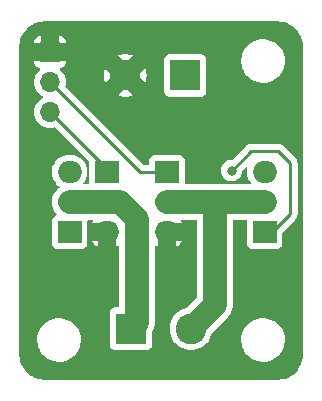
<source format=gbr>
%TF.GenerationSoftware,KiCad,Pcbnew,7.0.9*%
%TF.CreationDate,2023-12-30T10:40:08-05:00*%
%TF.ProjectId,DIY HBridge,44495920-4842-4726-9964-67652e6b6963,rev?*%
%TF.SameCoordinates,Original*%
%TF.FileFunction,Copper,L2,Bot*%
%TF.FilePolarity,Positive*%
%FSLAX46Y46*%
G04 Gerber Fmt 4.6, Leading zero omitted, Abs format (unit mm)*
G04 Created by KiCad (PCBNEW 7.0.9) date 2023-12-30 10:40:08*
%MOMM*%
%LPD*%
G01*
G04 APERTURE LIST*
%TA.AperFunction,ComponentPad*%
%ADD10R,2.000000X1.905000*%
%TD*%
%TA.AperFunction,ComponentPad*%
%ADD11O,2.000000X1.905000*%
%TD*%
%TA.AperFunction,ComponentPad*%
%ADD12R,1.700000X1.700000*%
%TD*%
%TA.AperFunction,ComponentPad*%
%ADD13O,1.700000X1.700000*%
%TD*%
%TA.AperFunction,ComponentPad*%
%ADD14R,2.600000X2.600000*%
%TD*%
%TA.AperFunction,ComponentPad*%
%ADD15C,2.600000*%
%TD*%
%TA.AperFunction,ViaPad*%
%ADD16C,0.800000*%
%TD*%
%TA.AperFunction,Conductor*%
%ADD17C,0.250000*%
%TD*%
%TA.AperFunction,Conductor*%
%ADD18C,2.000000*%
%TD*%
G04 APERTURE END LIST*
D10*
%TO.P,Q1,1,G*%
%TO.N,In1*%
X72390000Y-55880000D03*
D11*
%TO.P,Q1,2,D*%
%TO.N,Motor Out 1*%
X72390000Y-58420000D03*
%TO.P,Q1,3,S*%
%TO.N,GND*%
X72390000Y-60960000D03*
%TD*%
D10*
%TO.P,Q3,1,G*%
%TO.N,Net-(Q3-G)*%
X69215000Y-60960000D03*
D11*
%TO.P,Q3,2,D*%
%TO.N,Motor Out 1*%
X69215000Y-58420000D03*
%TO.P,Q3,3,S*%
%TO.N,VCC*%
X69215000Y-55880000D03*
%TD*%
D12*
%TO.P,J4,1,Pin_1*%
%TO.N,GND*%
X67564000Y-45720000D03*
D13*
%TO.P,J4,2,Pin_2*%
%TO.N,~{In1}*%
X67564000Y-48260000D03*
%TO.P,J4,3,Pin_3*%
%TO.N,In1*%
X67564000Y-50800000D03*
%TD*%
D10*
%TO.P,Q2,1,G*%
%TO.N,~{In1}*%
X77470000Y-55880000D03*
D11*
%TO.P,Q2,2,D*%
%TO.N,Motor Out 2*%
X77470000Y-58420000D03*
%TO.P,Q2,3,S*%
%TO.N,GND*%
X77470000Y-60960000D03*
%TD*%
D10*
%TO.P,Q4,1,G*%
%TO.N,Net-(Q4-G)*%
X85725000Y-60960000D03*
D11*
%TO.P,Q4,2,D*%
%TO.N,Motor Out 2*%
X85725000Y-58420000D03*
%TO.P,Q4,3,S*%
%TO.N,VCC*%
X85725000Y-55880000D03*
%TD*%
D14*
%TO.P,J1,1,Pin_1*%
%TO.N,VCC*%
X78999000Y-47701000D03*
D15*
%TO.P,J1,2,Pin_2*%
%TO.N,GND*%
X73919000Y-47701000D03*
%TD*%
D14*
%TO.P,J2,1,Pin_1*%
%TO.N,Motor Out 1*%
X74417000Y-69139000D03*
D15*
%TO.P,J2,2,Pin_2*%
%TO.N,Motor Out 2*%
X79497000Y-69139000D03*
%TD*%
D16*
%TO.N,Net-(Q4-G)*%
X82931000Y-55753000D03*
%TO.N,GND*%
X88392000Y-61722000D03*
X76708000Y-70104000D03*
X68199000Y-62865000D03*
X84328000Y-63754000D03*
X72136000Y-63754000D03*
X76200000Y-45974000D03*
X78994000Y-51562000D03*
X82550000Y-46736000D03*
X88392000Y-53340000D03*
X81534000Y-56388000D03*
X69596000Y-67564000D03*
X70866000Y-49022000D03*
X77724000Y-63500000D03*
X65532000Y-66802000D03*
X66802000Y-54610000D03*
%TD*%
D17*
%TO.N,Net-(Q4-G)*%
X85725000Y-60960000D02*
X86360000Y-60960000D01*
X87884000Y-55118000D02*
X86868000Y-54102000D01*
X86868000Y-54102000D02*
X84582000Y-54102000D01*
X87884000Y-59436000D02*
X87884000Y-55118000D01*
X86360000Y-60960000D02*
X87884000Y-59436000D01*
X84582000Y-54102000D02*
X82931000Y-55753000D01*
%TO.N,In1*%
X72390000Y-55626000D02*
X67564000Y-50800000D01*
X72390000Y-55880000D02*
X72390000Y-55626000D01*
D18*
%TO.N,Motor Out 1*%
X73512930Y-58420000D02*
X74930000Y-59837070D01*
X69215000Y-58420000D02*
X72390000Y-58420000D01*
X74930000Y-59837070D02*
X74930000Y-68626000D01*
X74417000Y-69139000D02*
X74930000Y-68626000D01*
X72390000Y-58420000D02*
X73512930Y-58420000D01*
D17*
%TO.N,~{In1}*%
X75184000Y-55880000D02*
X67564000Y-48260000D01*
X77470000Y-55880000D02*
X75184000Y-55880000D01*
D18*
%TO.N,Motor Out 2*%
X77470000Y-58420000D02*
X81534000Y-58420000D01*
X79497000Y-69139000D02*
X81534000Y-67102000D01*
X81534000Y-58420000D02*
X85725000Y-58420000D01*
X81534000Y-67102000D02*
X81534000Y-58420000D01*
%TD*%
%TA.AperFunction,Conductor*%
%TO.N,GND*%
G36*
X86869203Y-43126579D02*
G01*
X87137793Y-43144184D01*
X87142590Y-43144815D01*
X87405402Y-43197091D01*
X87410046Y-43198335D01*
X87650090Y-43279819D01*
X87663785Y-43284468D01*
X87668260Y-43286321D01*
X87908578Y-43404832D01*
X87912757Y-43407245D01*
X88135562Y-43556119D01*
X88139396Y-43559062D01*
X88340845Y-43735728D01*
X88344271Y-43739154D01*
X88520937Y-43940603D01*
X88523882Y-43944439D01*
X88672751Y-44167237D01*
X88675169Y-44171426D01*
X88793677Y-44411737D01*
X88795531Y-44416214D01*
X88814097Y-44470907D01*
X88881660Y-44669943D01*
X88882910Y-44674608D01*
X88889000Y-44705220D01*
X88935183Y-44937402D01*
X88935815Y-44942206D01*
X88953421Y-45210797D01*
X88953500Y-45213218D01*
X88953500Y-71372781D01*
X88953421Y-71375202D01*
X88935815Y-71643793D01*
X88935183Y-71648597D01*
X88882912Y-71911385D01*
X88881658Y-71916066D01*
X88795531Y-72169785D01*
X88793677Y-72174262D01*
X88675169Y-72414573D01*
X88672747Y-72418769D01*
X88523887Y-72641553D01*
X88520937Y-72645396D01*
X88344271Y-72846845D01*
X88340845Y-72850271D01*
X88139396Y-73026937D01*
X88135553Y-73029887D01*
X87912769Y-73178747D01*
X87908573Y-73181169D01*
X87668262Y-73299677D01*
X87663785Y-73301531D01*
X87478770Y-73364335D01*
X87410060Y-73387659D01*
X87405387Y-73388911D01*
X87341513Y-73401616D01*
X87142597Y-73441183D01*
X87137793Y-73441815D01*
X86869203Y-73459421D01*
X86866782Y-73459500D01*
X67057218Y-73459500D01*
X67054797Y-73459421D01*
X66786206Y-73441815D01*
X66781402Y-73441183D01*
X66649097Y-73414866D01*
X66518608Y-73388910D01*
X66513943Y-73387660D01*
X66358541Y-73334909D01*
X66260214Y-73301531D01*
X66255737Y-73299677D01*
X66015426Y-73181169D01*
X66011237Y-73178751D01*
X65788439Y-73029882D01*
X65784603Y-73026937D01*
X65583154Y-72850271D01*
X65579728Y-72846845D01*
X65403062Y-72645396D01*
X65400119Y-72641562D01*
X65251245Y-72418757D01*
X65248830Y-72414573D01*
X65130322Y-72174262D01*
X65128468Y-72169785D01*
X65123819Y-72156090D01*
X65042335Y-71916046D01*
X65041091Y-71911402D01*
X64988815Y-71648590D01*
X64988184Y-71643793D01*
X64970579Y-71375202D01*
X64970500Y-71372781D01*
X64970500Y-70171771D01*
X66471788Y-70171771D01*
X66501414Y-70441019D01*
X66569813Y-70702651D01*
X66569928Y-70703088D01*
X66619498Y-70819735D01*
X66675870Y-70952390D01*
X66816982Y-71183610D01*
X66816984Y-71183612D01*
X66990252Y-71391817D01*
X66990253Y-71391818D01*
X66990255Y-71391820D01*
X67191998Y-71572582D01*
X67417910Y-71722044D01*
X67663176Y-71837020D01*
X67808628Y-71880780D01*
X67922564Y-71915059D01*
X67922573Y-71915061D01*
X68190559Y-71954500D01*
X68190561Y-71954500D01*
X68393628Y-71954500D01*
X68393631Y-71954500D01*
X68596156Y-71939677D01*
X68860553Y-71880780D01*
X69113558Y-71784014D01*
X69349777Y-71651441D01*
X69564177Y-71485888D01*
X69752186Y-71290881D01*
X69909799Y-71070579D01*
X70033656Y-70829675D01*
X70076991Y-70702650D01*
X70121116Y-70573312D01*
X70121118Y-70573305D01*
X70126072Y-70546482D01*
X70170319Y-70306933D01*
X70180212Y-70036235D01*
X70150586Y-69766982D01*
X70082072Y-69504912D01*
X69976130Y-69255610D01*
X69835018Y-69024390D01*
X69709712Y-68873819D01*
X69661747Y-68816182D01*
X69556760Y-68722113D01*
X69460002Y-68635418D01*
X69234090Y-68485956D01*
X69234086Y-68485954D01*
X69234087Y-68485954D01*
X68988824Y-68370980D01*
X68729435Y-68292940D01*
X68729426Y-68292938D01*
X68461441Y-68253500D01*
X68461439Y-68253500D01*
X68258369Y-68253500D01*
X68171572Y-68259852D01*
X68055840Y-68268323D01*
X67791448Y-68327219D01*
X67538449Y-68423983D01*
X67538440Y-68423987D01*
X67302223Y-68556559D01*
X67302218Y-68556562D01*
X67087822Y-68722113D01*
X67087818Y-68722116D01*
X66899812Y-68917120D01*
X66742199Y-69137423D01*
X66618348Y-69378315D01*
X66618340Y-69378333D01*
X66530883Y-69634687D01*
X66530881Y-69634694D01*
X66484664Y-69884912D01*
X66481681Y-69901067D01*
X66472361Y-70156102D01*
X66471788Y-70171771D01*
X64970500Y-70171771D01*
X64970500Y-50800004D01*
X66208341Y-50800004D01*
X66228936Y-51035403D01*
X66228937Y-51035405D01*
X66228937Y-51035408D01*
X66290097Y-51263663D01*
X66389965Y-51477830D01*
X66525505Y-51671401D01*
X66692599Y-51838495D01*
X66886170Y-51974035D01*
X67100337Y-52073903D01*
X67328592Y-52135063D01*
X67446296Y-52145361D01*
X67563996Y-52155659D01*
X67564000Y-52155659D01*
X67564004Y-52155659D01*
X67698518Y-52143889D01*
X67799408Y-52135063D01*
X67927755Y-52100672D01*
X67978181Y-52105083D01*
X67999234Y-52119824D01*
X70867826Y-54988416D01*
X70889218Y-55034292D01*
X70889500Y-55040742D01*
X70889501Y-56845500D01*
X70872188Y-56893066D01*
X70828351Y-56918376D01*
X70815501Y-56919500D01*
X70446038Y-56919500D01*
X70398472Y-56902187D01*
X70373162Y-56858350D01*
X70381952Y-56808500D01*
X70387641Y-56800049D01*
X70483072Y-56677439D01*
X70597679Y-56465664D01*
X70675866Y-56237913D01*
X70715500Y-56000399D01*
X70715500Y-55759601D01*
X70675866Y-55522087D01*
X70597679Y-55294336D01*
X70483072Y-55082561D01*
X70335171Y-54892537D01*
X70158010Y-54729449D01*
X69956422Y-54597745D01*
X69893065Y-54569954D01*
X69735911Y-54501019D01*
X69735907Y-54501018D01*
X69735905Y-54501017D01*
X69577439Y-54460888D01*
X69502469Y-54441903D01*
X69322604Y-54427000D01*
X69322600Y-54427000D01*
X69107400Y-54427000D01*
X69107396Y-54427000D01*
X68927530Y-54441903D01*
X68927529Y-54441903D01*
X68762467Y-54483703D01*
X68694095Y-54501017D01*
X68694093Y-54501017D01*
X68694088Y-54501019D01*
X68473577Y-54597745D01*
X68271989Y-54729449D01*
X68094827Y-54892538D01*
X67946930Y-55082558D01*
X67946924Y-55082568D01*
X67832321Y-55294334D01*
X67754133Y-55522090D01*
X67714500Y-55759598D01*
X67714500Y-55759601D01*
X67714500Y-56000399D01*
X67754134Y-56237913D01*
X67768707Y-56280362D01*
X67832321Y-56465665D01*
X67871007Y-56537149D01*
X67946928Y-56677439D01*
X67946930Y-56677441D01*
X68077734Y-56845500D01*
X68094829Y-56867463D01*
X68271990Y-57030551D01*
X68340323Y-57075195D01*
X68340326Y-57075197D01*
X68370677Y-57115707D01*
X68367888Y-57166249D01*
X68340326Y-57199096D01*
X68290215Y-57231836D01*
X68241921Y-57276294D01*
X68107263Y-57400254D01*
X67954529Y-57596486D01*
X67954522Y-57596498D01*
X67836172Y-57815188D01*
X67755428Y-58050389D01*
X67714500Y-58295662D01*
X67714500Y-58544337D01*
X67745370Y-58729332D01*
X67755429Y-58789614D01*
X67797484Y-58912118D01*
X67836172Y-59024811D01*
X67901895Y-59146256D01*
X67954526Y-59243509D01*
X68082741Y-59408240D01*
X68089834Y-59417352D01*
X68105388Y-59465522D01*
X68086340Y-59512421D01*
X68057299Y-59532138D01*
X67972669Y-59563703D01*
X67857454Y-59649954D01*
X67771203Y-59765169D01*
X67771202Y-59765170D01*
X67720910Y-59900012D01*
X67720909Y-59900017D01*
X67714500Y-59959626D01*
X67714500Y-61960373D01*
X67720909Y-62019985D01*
X67771202Y-62154829D01*
X67771203Y-62154830D01*
X67771204Y-62154831D01*
X67857454Y-62270046D01*
X67972669Y-62356296D01*
X67972670Y-62356297D01*
X68083605Y-62397672D01*
X68107517Y-62406591D01*
X68167127Y-62413000D01*
X70262872Y-62412999D01*
X70322483Y-62406591D01*
X70389907Y-62381443D01*
X70457329Y-62356297D01*
X70457329Y-62356296D01*
X70457331Y-62356296D01*
X70572546Y-62270046D01*
X70658796Y-62154831D01*
X70709091Y-62019983D01*
X70715500Y-61960373D01*
X70715500Y-61710000D01*
X71096823Y-61710000D01*
X71122341Y-61757155D01*
X71122343Y-61757158D01*
X71270200Y-61947124D01*
X71447301Y-62110157D01*
X71639998Y-62236053D01*
X71640000Y-62236052D01*
X71640000Y-61710000D01*
X71096823Y-61710000D01*
X70715500Y-61710000D01*
X70715500Y-60997886D01*
X71836123Y-60997886D01*
X71866884Y-61145915D01*
X71936442Y-61280156D01*
X72039638Y-61390652D01*
X72168819Y-61469209D01*
X72314404Y-61510000D01*
X72427622Y-61510000D01*
X72539783Y-61494584D01*
X72678458Y-61434349D01*
X72795739Y-61338934D01*
X72882928Y-61215415D01*
X72933559Y-61072953D01*
X72943877Y-60922114D01*
X72913116Y-60774085D01*
X72843558Y-60639844D01*
X72740362Y-60529348D01*
X72611181Y-60450791D01*
X72465596Y-60410000D01*
X72352378Y-60410000D01*
X72240217Y-60425416D01*
X72101542Y-60485651D01*
X71984261Y-60581066D01*
X71897072Y-60704585D01*
X71846441Y-60847047D01*
X71836123Y-60997886D01*
X70715500Y-60997886D01*
X70715499Y-59994499D01*
X70732812Y-59946934D01*
X70776649Y-59921624D01*
X70789499Y-59920500D01*
X71159597Y-59920500D01*
X71207163Y-59937813D01*
X71232473Y-59981650D01*
X71223683Y-60031500D01*
X71217993Y-60039952D01*
X71122343Y-60162841D01*
X71122341Y-60162844D01*
X71096823Y-60209999D01*
X71096824Y-60210000D01*
X73066000Y-60210000D01*
X73113566Y-60227313D01*
X73138876Y-60271150D01*
X73140000Y-60284000D01*
X73140000Y-62236052D01*
X73140001Y-62236053D01*
X73315026Y-62121703D01*
X73364316Y-62110180D01*
X73409481Y-62133036D01*
X73429388Y-62179576D01*
X73429500Y-62183653D01*
X73429500Y-67264500D01*
X73412187Y-67312066D01*
X73368350Y-67337376D01*
X73355500Y-67338500D01*
X73069127Y-67338500D01*
X73009514Y-67344909D01*
X72874670Y-67395202D01*
X72874669Y-67395203D01*
X72759454Y-67481454D01*
X72673203Y-67596669D01*
X72673202Y-67596670D01*
X72622910Y-67731512D01*
X72622909Y-67731517D01*
X72616500Y-67791126D01*
X72616500Y-70486873D01*
X72622909Y-70546485D01*
X72673202Y-70681329D01*
X72673203Y-70681330D01*
X72673204Y-70681331D01*
X72759454Y-70796546D01*
X72803697Y-70829666D01*
X72874669Y-70882796D01*
X72874670Y-70882797D01*
X72985605Y-70924172D01*
X73009517Y-70933091D01*
X73069127Y-70939500D01*
X75764872Y-70939499D01*
X75824483Y-70933091D01*
X75915135Y-70899280D01*
X75959329Y-70882797D01*
X75959329Y-70882796D01*
X75959331Y-70882796D01*
X76074546Y-70796546D01*
X76160796Y-70681331D01*
X76211091Y-70546483D01*
X76217500Y-70486873D01*
X76217499Y-69420770D01*
X76229549Y-69380297D01*
X76238957Y-69365895D01*
X76254173Y-69342607D01*
X76265776Y-69316154D01*
X76267866Y-69312092D01*
X76282656Y-69287273D01*
X76316580Y-69200332D01*
X76354063Y-69114881D01*
X76361153Y-69086879D01*
X76362551Y-69082517D01*
X76373048Y-69055618D01*
X76373050Y-69055614D01*
X76392202Y-68964274D01*
X76415108Y-68873821D01*
X76417492Y-68845036D01*
X76418153Y-68840505D01*
X76424081Y-68812237D01*
X76427937Y-68718990D01*
X76430500Y-68688067D01*
X76430500Y-68657035D01*
X76434357Y-68563779D01*
X76430783Y-68535112D01*
X76430500Y-68530533D01*
X76430500Y-62183653D01*
X76447813Y-62136087D01*
X76491650Y-62110777D01*
X76541500Y-62119567D01*
X76544974Y-62121703D01*
X76719998Y-62236053D01*
X76720000Y-62236052D01*
X76720000Y-61710000D01*
X78220000Y-61710000D01*
X78220000Y-62236052D01*
X78220001Y-62236053D01*
X78412698Y-62110157D01*
X78589799Y-61947124D01*
X78737656Y-61757158D01*
X78737658Y-61757155D01*
X78763176Y-61710000D01*
X78220000Y-61710000D01*
X76720000Y-61710000D01*
X76720000Y-60997886D01*
X76916123Y-60997886D01*
X76946884Y-61145915D01*
X77016442Y-61280156D01*
X77119638Y-61390652D01*
X77248819Y-61469209D01*
X77394404Y-61510000D01*
X77507622Y-61510000D01*
X77619783Y-61494584D01*
X77758458Y-61434349D01*
X77875739Y-61338934D01*
X77962928Y-61215415D01*
X78013559Y-61072953D01*
X78023877Y-60922114D01*
X77993116Y-60774085D01*
X77923558Y-60639844D01*
X77820362Y-60529348D01*
X77691181Y-60450791D01*
X77545596Y-60410000D01*
X77432378Y-60410000D01*
X77320217Y-60425416D01*
X77181542Y-60485651D01*
X77064261Y-60581066D01*
X76977072Y-60704585D01*
X76926441Y-60847047D01*
X76916123Y-60997886D01*
X76720000Y-60997886D01*
X76720000Y-60284000D01*
X76737313Y-60236434D01*
X76781150Y-60211124D01*
X76794000Y-60210000D01*
X78763176Y-60210000D01*
X78763176Y-60209999D01*
X78737658Y-60162844D01*
X78737656Y-60162841D01*
X78642007Y-60039952D01*
X78626453Y-59991782D01*
X78645501Y-59944884D01*
X78690239Y-59921201D01*
X78700403Y-59920500D01*
X79959500Y-59920500D01*
X80007066Y-59937813D01*
X80032376Y-59981650D01*
X80033500Y-59994500D01*
X80033500Y-66449819D01*
X80016187Y-66497385D01*
X80011826Y-66502145D01*
X79159572Y-67354398D01*
X79118276Y-67375245D01*
X79095240Y-67378717D01*
X79095227Y-67378720D01*
X78837367Y-67458259D01*
X78837359Y-67458262D01*
X78594225Y-67575349D01*
X78371258Y-67727366D01*
X78173440Y-67910913D01*
X78173431Y-67910923D01*
X78005188Y-68121892D01*
X78005181Y-68121903D01*
X77870256Y-68355603D01*
X77771664Y-68606809D01*
X77711617Y-68869896D01*
X77691451Y-69138998D01*
X77691451Y-69139001D01*
X77711617Y-69408103D01*
X77771664Y-69671190D01*
X77870256Y-69922396D01*
X78005181Y-70156096D01*
X78005188Y-70156107D01*
X78173431Y-70367076D01*
X78173438Y-70367084D01*
X78173439Y-70367085D01*
X78371259Y-70550635D01*
X78594226Y-70702651D01*
X78837359Y-70819738D01*
X78966293Y-70859509D01*
X79095220Y-70899278D01*
X79095222Y-70899278D01*
X79095228Y-70899280D01*
X79362071Y-70939500D01*
X79362076Y-70939500D01*
X79631924Y-70939500D01*
X79631929Y-70939500D01*
X79898772Y-70899280D01*
X79898777Y-70899278D01*
X79898779Y-70899278D01*
X79942670Y-70885739D01*
X80156641Y-70819738D01*
X80399775Y-70702651D01*
X80622741Y-70550635D01*
X80820561Y-70367085D01*
X80976319Y-70171771D01*
X83743788Y-70171771D01*
X83773414Y-70441019D01*
X83841813Y-70702651D01*
X83841928Y-70703088D01*
X83891498Y-70819735D01*
X83947870Y-70952390D01*
X84088982Y-71183610D01*
X84088984Y-71183612D01*
X84262252Y-71391817D01*
X84262253Y-71391818D01*
X84262255Y-71391820D01*
X84463998Y-71572582D01*
X84689910Y-71722044D01*
X84935176Y-71837020D01*
X85080628Y-71880780D01*
X85194564Y-71915059D01*
X85194573Y-71915061D01*
X85462559Y-71954500D01*
X85462561Y-71954500D01*
X85665628Y-71954500D01*
X85665631Y-71954500D01*
X85868156Y-71939677D01*
X86132553Y-71880780D01*
X86385558Y-71784014D01*
X86621777Y-71651441D01*
X86836177Y-71485888D01*
X87024186Y-71290881D01*
X87181799Y-71070579D01*
X87305656Y-70829675D01*
X87348991Y-70702650D01*
X87393116Y-70573312D01*
X87393118Y-70573305D01*
X87398072Y-70546482D01*
X87442319Y-70306933D01*
X87452212Y-70036235D01*
X87422586Y-69766982D01*
X87354072Y-69504912D01*
X87248130Y-69255610D01*
X87107018Y-69024390D01*
X86981712Y-68873819D01*
X86933747Y-68816182D01*
X86828760Y-68722113D01*
X86732002Y-68635418D01*
X86506090Y-68485956D01*
X86506086Y-68485954D01*
X86506087Y-68485954D01*
X86260824Y-68370980D01*
X86001435Y-68292940D01*
X86001426Y-68292938D01*
X85733441Y-68253500D01*
X85733439Y-68253500D01*
X85530369Y-68253500D01*
X85443572Y-68259852D01*
X85327840Y-68268323D01*
X85063448Y-68327219D01*
X84810449Y-68423983D01*
X84810440Y-68423987D01*
X84574223Y-68556559D01*
X84574218Y-68556562D01*
X84359822Y-68722113D01*
X84359818Y-68722116D01*
X84171812Y-68917120D01*
X84014199Y-69137423D01*
X83890348Y-69378315D01*
X83890340Y-69378333D01*
X83802883Y-69634687D01*
X83802881Y-69634694D01*
X83756664Y-69884912D01*
X83753681Y-69901067D01*
X83744361Y-70156102D01*
X83743788Y-70171771D01*
X80976319Y-70171771D01*
X80988815Y-70156102D01*
X81123743Y-69922398D01*
X81222334Y-69671195D01*
X81257663Y-69516403D01*
X81277480Y-69480546D01*
X82527517Y-68230510D01*
X82530936Y-68227489D01*
X82553744Y-68209738D01*
X82616949Y-68141078D01*
X82638896Y-68119133D01*
X82638896Y-68119132D01*
X82638896Y-68119131D01*
X82638902Y-68119126D01*
X82658966Y-68095435D01*
X82722164Y-68026785D01*
X82737958Y-68002608D01*
X82740695Y-67998937D01*
X82759366Y-67976894D01*
X82807139Y-67896720D01*
X82858173Y-67818607D01*
X82869774Y-67792155D01*
X82871863Y-67788097D01*
X82886656Y-67763274D01*
X82920579Y-67676335D01*
X82958063Y-67590881D01*
X82965155Y-67562869D01*
X82966546Y-67558528D01*
X82977049Y-67531614D01*
X82996198Y-67440288D01*
X83019108Y-67349821D01*
X83021492Y-67321035D01*
X83022151Y-67316512D01*
X83028081Y-67288237D01*
X83031937Y-67194990D01*
X83034500Y-67164067D01*
X83034500Y-67133035D01*
X83038357Y-67039779D01*
X83034783Y-67011113D01*
X83034500Y-67006535D01*
X83034500Y-59994500D01*
X83051813Y-59946934D01*
X83095650Y-59921624D01*
X83108500Y-59920500D01*
X84150500Y-59920500D01*
X84198066Y-59937813D01*
X84223376Y-59981650D01*
X84224500Y-59994500D01*
X84224500Y-61960373D01*
X84230909Y-62019985D01*
X84281202Y-62154829D01*
X84281203Y-62154830D01*
X84281204Y-62154831D01*
X84367454Y-62270046D01*
X84482669Y-62356296D01*
X84482670Y-62356297D01*
X84593605Y-62397672D01*
X84617517Y-62406591D01*
X84677127Y-62413000D01*
X86772872Y-62412999D01*
X86832483Y-62406591D01*
X86899907Y-62381443D01*
X86967329Y-62356297D01*
X86967329Y-62356296D01*
X86967331Y-62356296D01*
X87082546Y-62270046D01*
X87168796Y-62154831D01*
X87219091Y-62019983D01*
X87225500Y-61960373D01*
X87225499Y-61009740D01*
X87242812Y-60962175D01*
X87247161Y-60957427D01*
X88271694Y-59932894D01*
X88284373Y-59922739D01*
X88285877Y-59921786D01*
X88333226Y-59871364D01*
X88354120Y-59850471D01*
X88359107Y-59844041D01*
X88361339Y-59841427D01*
X88394062Y-59806582D01*
X88405609Y-59785575D01*
X88411980Y-59775876D01*
X88426673Y-59756936D01*
X88445655Y-59713066D01*
X88447169Y-59709977D01*
X88470197Y-59668092D01*
X88476157Y-59644876D01*
X88479918Y-59633892D01*
X88489437Y-59611895D01*
X88490028Y-59608164D01*
X88496912Y-59564696D01*
X88497609Y-59561325D01*
X88509500Y-59515019D01*
X88509500Y-59491049D01*
X88510411Y-59479473D01*
X88514160Y-59455804D01*
X88509664Y-59408240D01*
X88509500Y-59404756D01*
X88509500Y-55195223D01*
X88511282Y-55179080D01*
X88511673Y-55177333D01*
X88509500Y-55108185D01*
X88509500Y-55078650D01*
X88509500Y-55078646D01*
X88509499Y-55078645D01*
X88508484Y-55070611D01*
X88508209Y-55067129D01*
X88507177Y-55034292D01*
X88506709Y-55019373D01*
X88500023Y-54996362D01*
X88497667Y-54984988D01*
X88494664Y-54961208D01*
X88477075Y-54916785D01*
X88475948Y-54913491D01*
X88462618Y-54867610D01*
X88450416Y-54846978D01*
X88445308Y-54836550D01*
X88436486Y-54814269D01*
X88436482Y-54814261D01*
X88422275Y-54794709D01*
X88408394Y-54775602D01*
X88406489Y-54772702D01*
X88382170Y-54731580D01*
X88365221Y-54714631D01*
X88357682Y-54705804D01*
X88351024Y-54696640D01*
X88343594Y-54686412D01*
X88321582Y-54668203D01*
X88306775Y-54655954D01*
X88304204Y-54653614D01*
X87364897Y-53714306D01*
X87354746Y-53701636D01*
X87353786Y-53700123D01*
X87303364Y-53652773D01*
X87282471Y-53631880D01*
X87276056Y-53626903D01*
X87273413Y-53624646D01*
X87238582Y-53591938D01*
X87238580Y-53591936D01*
X87238573Y-53591932D01*
X87217573Y-53580387D01*
X87207866Y-53574011D01*
X87188937Y-53559327D01*
X87145080Y-53540348D01*
X87141963Y-53538821D01*
X87124211Y-53529062D01*
X87100098Y-53515805D01*
X87100094Y-53515804D01*
X87100093Y-53515803D01*
X87100092Y-53515803D01*
X87076877Y-53509842D01*
X87065896Y-53506082D01*
X87043904Y-53496565D01*
X87043900Y-53496563D01*
X87043896Y-53496562D01*
X87043892Y-53496561D01*
X87043891Y-53496561D01*
X86996697Y-53489085D01*
X86993284Y-53488378D01*
X86947020Y-53476500D01*
X86947019Y-53476500D01*
X86923051Y-53476500D01*
X86911476Y-53475589D01*
X86899597Y-53473707D01*
X86887804Y-53471840D01*
X86887803Y-53471840D01*
X86840241Y-53476336D01*
X86836757Y-53476500D01*
X84659224Y-53476500D01*
X84643084Y-53474718D01*
X84641335Y-53474327D01*
X84641327Y-53474326D01*
X84572172Y-53476500D01*
X84542646Y-53476500D01*
X84534599Y-53477516D01*
X84531129Y-53477788D01*
X84528248Y-53477879D01*
X84483377Y-53479289D01*
X84483371Y-53479290D01*
X84460350Y-53485978D01*
X84448985Y-53488331D01*
X84425212Y-53491335D01*
X84425210Y-53491335D01*
X84425208Y-53491336D01*
X84412011Y-53496561D01*
X84380784Y-53508923D01*
X84377487Y-53510052D01*
X84331616Y-53523379D01*
X84331608Y-53523382D01*
X84310975Y-53535584D01*
X84300553Y-53540689D01*
X84278275Y-53549510D01*
X84278266Y-53549515D01*
X84239612Y-53577597D01*
X84236699Y-53579511D01*
X84195583Y-53603827D01*
X84195575Y-53603833D01*
X84178629Y-53620778D01*
X84169806Y-53628315D01*
X84150410Y-53642408D01*
X84150409Y-53642409D01*
X84119956Y-53679219D01*
X84117610Y-53681798D01*
X82968583Y-54830826D01*
X82922707Y-54852218D01*
X82916257Y-54852500D01*
X82836354Y-54852500D01*
X82803897Y-54859398D01*
X82651197Y-54891855D01*
X82651195Y-54891856D01*
X82478271Y-54968847D01*
X82478266Y-54968850D01*
X82325131Y-55080109D01*
X82198467Y-55220783D01*
X82198464Y-55220786D01*
X82103819Y-55384719D01*
X82045327Y-55564738D01*
X82025540Y-55753000D01*
X82045327Y-55941261D01*
X82103819Y-56121280D01*
X82198464Y-56285213D01*
X82198467Y-56285216D01*
X82325131Y-56425890D01*
X82478266Y-56537149D01*
X82478271Y-56537152D01*
X82573386Y-56579500D01*
X82651197Y-56614144D01*
X82836354Y-56653500D01*
X82836355Y-56653500D01*
X83025645Y-56653500D01*
X83025646Y-56653500D01*
X83210803Y-56614144D01*
X83383730Y-56537151D01*
X83420882Y-56510159D01*
X83509507Y-56445769D01*
X83536871Y-56425888D01*
X83663533Y-56285216D01*
X83666336Y-56280362D01*
X83690843Y-56237913D01*
X83758179Y-56121284D01*
X83816674Y-55941256D01*
X83836172Y-55755735D01*
X83857439Y-55711149D01*
X84151731Y-55416857D01*
X84197606Y-55395466D01*
X84246501Y-55408567D01*
X84275535Y-55450031D01*
X84274047Y-55493210D01*
X84264134Y-55522085D01*
X84264134Y-55522087D01*
X84224500Y-55759598D01*
X84224500Y-55759601D01*
X84224500Y-56000399D01*
X84264134Y-56237913D01*
X84278707Y-56280362D01*
X84342321Y-56465665D01*
X84381007Y-56537149D01*
X84456928Y-56677439D01*
X84456930Y-56677441D01*
X84552359Y-56800049D01*
X84567912Y-56848219D01*
X84548863Y-56895117D01*
X84504126Y-56918799D01*
X84493962Y-56919500D01*
X79044500Y-56919500D01*
X78996934Y-56902187D01*
X78971624Y-56858350D01*
X78970500Y-56845500D01*
X78970499Y-54879626D01*
X78967583Y-54852500D01*
X78964091Y-54820017D01*
X78961944Y-54814261D01*
X78913797Y-54685170D01*
X78913796Y-54685169D01*
X78827546Y-54569954D01*
X78712331Y-54483704D01*
X78712330Y-54483703D01*
X78712329Y-54483702D01*
X78577487Y-54433410D01*
X78577484Y-54433409D01*
X78577483Y-54433409D01*
X78517873Y-54427000D01*
X76422126Y-54427000D01*
X76362514Y-54433409D01*
X76227670Y-54483702D01*
X76227669Y-54483703D01*
X76112454Y-54569954D01*
X76026203Y-54685169D01*
X76026202Y-54685170D01*
X75975910Y-54820012D01*
X75975909Y-54820017D01*
X75969500Y-54879626D01*
X75969500Y-55180500D01*
X75952187Y-55228066D01*
X75908350Y-55253376D01*
X75895500Y-55254500D01*
X75473743Y-55254500D01*
X75426177Y-55237187D01*
X75421417Y-55232826D01*
X69579255Y-49390664D01*
X73289995Y-49390664D01*
X73517332Y-49460788D01*
X73517343Y-49460791D01*
X73784114Y-49501000D01*
X74053886Y-49501000D01*
X74320656Y-49460791D01*
X74320666Y-49460788D01*
X74548002Y-49390664D01*
X74206212Y-49048873D01*
X77198500Y-49048873D01*
X77204909Y-49108485D01*
X77255202Y-49243329D01*
X77255203Y-49243330D01*
X77255204Y-49243331D01*
X77341454Y-49358546D01*
X77442292Y-49434033D01*
X77456669Y-49444796D01*
X77456670Y-49444797D01*
X77567605Y-49486172D01*
X77591517Y-49495091D01*
X77651127Y-49501500D01*
X80346872Y-49501499D01*
X80406483Y-49495091D01*
X80498454Y-49460788D01*
X80541329Y-49444797D01*
X80541329Y-49444796D01*
X80541331Y-49444796D01*
X80656546Y-49358546D01*
X80742796Y-49243331D01*
X80793091Y-49108483D01*
X80799500Y-49048873D01*
X80799499Y-46549771D01*
X83743788Y-46549771D01*
X83773414Y-46819019D01*
X83840841Y-47076933D01*
X83841928Y-47081088D01*
X83876802Y-47163153D01*
X83947870Y-47330390D01*
X84088982Y-47561610D01*
X84088984Y-47561612D01*
X84262252Y-47769817D01*
X84262253Y-47769818D01*
X84262255Y-47769820D01*
X84463998Y-47950582D01*
X84689910Y-48100044D01*
X84935176Y-48215020D01*
X85080628Y-48258780D01*
X85194564Y-48293059D01*
X85194573Y-48293061D01*
X85462559Y-48332500D01*
X85462561Y-48332500D01*
X85665628Y-48332500D01*
X85665631Y-48332500D01*
X85868156Y-48317677D01*
X86132553Y-48258780D01*
X86385558Y-48162014D01*
X86621777Y-48029441D01*
X86836177Y-47863888D01*
X87024186Y-47668881D01*
X87181799Y-47448579D01*
X87305656Y-47207675D01*
X87354809Y-47063597D01*
X87393116Y-46951312D01*
X87393118Y-46951305D01*
X87442319Y-46684933D01*
X87452212Y-46414235D01*
X87422586Y-46144982D01*
X87354072Y-45882912D01*
X87248130Y-45633610D01*
X87107018Y-45402390D01*
X86967982Y-45235320D01*
X86933747Y-45194182D01*
X86828760Y-45100113D01*
X86732002Y-45013418D01*
X86506090Y-44863956D01*
X86506086Y-44863954D01*
X86506087Y-44863954D01*
X86260824Y-44748980D01*
X86001435Y-44670940D01*
X86001426Y-44670938D01*
X85733441Y-44631500D01*
X85733439Y-44631500D01*
X85530369Y-44631500D01*
X85443572Y-44637852D01*
X85327840Y-44646323D01*
X85063448Y-44705219D01*
X84810449Y-44801983D01*
X84810440Y-44801987D01*
X84574223Y-44934559D01*
X84574218Y-44934562D01*
X84359822Y-45100113D01*
X84359818Y-45100116D01*
X84171812Y-45295120D01*
X84014199Y-45515423D01*
X83890348Y-45756315D01*
X83890340Y-45756333D01*
X83802883Y-46012687D01*
X83802881Y-46012694D01*
X83775919Y-46158669D01*
X83753681Y-46279067D01*
X83748742Y-46414228D01*
X83743788Y-46549771D01*
X80799499Y-46549771D01*
X80799499Y-46353128D01*
X80793091Y-46293517D01*
X80759957Y-46204680D01*
X80742797Y-46158670D01*
X80742796Y-46158669D01*
X80732527Y-46144952D01*
X80656546Y-46043454D01*
X80541331Y-45957204D01*
X80541330Y-45957203D01*
X80541329Y-45957202D01*
X80406487Y-45906910D01*
X80406484Y-45906909D01*
X80406483Y-45906909D01*
X80346873Y-45900500D01*
X77651126Y-45900500D01*
X77591514Y-45906909D01*
X77456670Y-45957202D01*
X77456669Y-45957203D01*
X77341454Y-46043454D01*
X77255203Y-46158669D01*
X77255202Y-46158670D01*
X77204910Y-46293512D01*
X77204909Y-46293517D01*
X77198500Y-46353126D01*
X77198500Y-49048873D01*
X74206212Y-49048873D01*
X73919000Y-48761660D01*
X73289995Y-49390664D01*
X69579255Y-49390664D01*
X68883825Y-48695234D01*
X68862433Y-48649358D01*
X68864673Y-48623755D01*
X68899062Y-48495412D01*
X68899063Y-48495405D01*
X68919659Y-48260004D01*
X68919659Y-48259995D01*
X68905664Y-48100044D01*
X68899063Y-48024592D01*
X68837903Y-47796337D01*
X68793447Y-47701001D01*
X72113953Y-47701001D01*
X72134114Y-47970028D01*
X72194144Y-48233040D01*
X72231391Y-48327946D01*
X72858338Y-47700999D01*
X72817201Y-47659862D01*
X73265127Y-47659862D01*
X73275439Y-47823766D01*
X73326188Y-47979956D01*
X73414186Y-48118619D01*
X73533903Y-48231040D01*
X73677817Y-48310158D01*
X73836886Y-48351000D01*
X73959894Y-48351000D01*
X74081933Y-48335583D01*
X74234629Y-48275126D01*
X74367492Y-48178595D01*
X74472175Y-48052055D01*
X74542100Y-47903457D01*
X74572873Y-47742138D01*
X74570285Y-47700999D01*
X74979660Y-47700999D01*
X75606607Y-48327946D01*
X75643855Y-48233042D01*
X75703885Y-47970028D01*
X75724047Y-47701001D01*
X75724047Y-47700998D01*
X75703885Y-47431971D01*
X75643855Y-47168956D01*
X75606607Y-47074052D01*
X74979660Y-47700999D01*
X74570285Y-47700999D01*
X74562561Y-47578234D01*
X74511812Y-47422044D01*
X74423814Y-47283381D01*
X74304097Y-47170960D01*
X74160183Y-47091842D01*
X74001114Y-47051000D01*
X73878106Y-47051000D01*
X73756067Y-47066417D01*
X73603371Y-47126874D01*
X73470508Y-47223405D01*
X73365825Y-47349945D01*
X73295900Y-47498543D01*
X73265127Y-47659862D01*
X72817201Y-47659862D01*
X72231390Y-47074051D01*
X72194144Y-47168956D01*
X72134114Y-47431971D01*
X72113953Y-47700998D01*
X72113953Y-47701001D01*
X68793447Y-47701001D01*
X68738035Y-47582171D01*
X68602495Y-47388599D01*
X68435401Y-47221505D01*
X68435398Y-47221503D01*
X68435399Y-47221503D01*
X68419698Y-47210509D01*
X68411281Y-47204616D01*
X68382249Y-47163153D01*
X68386660Y-47112726D01*
X68422453Y-47076933D01*
X68453727Y-47070000D01*
X68461829Y-47070000D01*
X68521375Y-47063597D01*
X68521380Y-47063596D01*
X68656087Y-47013354D01*
X68656088Y-47013353D01*
X68771188Y-46927188D01*
X68857353Y-46812088D01*
X68857354Y-46812087D01*
X68907596Y-46677380D01*
X68907597Y-46677375D01*
X68914000Y-46617828D01*
X68914000Y-46470000D01*
X66214000Y-46470000D01*
X66214000Y-46617828D01*
X66220402Y-46677375D01*
X66220403Y-46677380D01*
X66270645Y-46812087D01*
X66270646Y-46812088D01*
X66356811Y-46927188D01*
X66471911Y-47013353D01*
X66471912Y-47013354D01*
X66606619Y-47063596D01*
X66606624Y-47063597D01*
X66666171Y-47070000D01*
X66674273Y-47070000D01*
X66721839Y-47087313D01*
X66747149Y-47131150D01*
X66738359Y-47181000D01*
X66716718Y-47204617D01*
X66692598Y-47221505D01*
X66525504Y-47388599D01*
X66525502Y-47388602D01*
X66389967Y-47582167D01*
X66389965Y-47582170D01*
X66389965Y-47582171D01*
X66290097Y-47796337D01*
X66248768Y-47950582D01*
X66228936Y-48024596D01*
X66208341Y-48259995D01*
X66208341Y-48260004D01*
X66228936Y-48495403D01*
X66228937Y-48495405D01*
X66228937Y-48495408D01*
X66290097Y-48723663D01*
X66389965Y-48937830D01*
X66525505Y-49131401D01*
X66692599Y-49298495D01*
X66886170Y-49434035D01*
X66948144Y-49462934D01*
X66983936Y-49498726D01*
X66988347Y-49549153D01*
X66959314Y-49590617D01*
X66948145Y-49597065D01*
X66886171Y-49625965D01*
X66886167Y-49625967D01*
X66692602Y-49761502D01*
X66692599Y-49761504D01*
X66525504Y-49928599D01*
X66525502Y-49928602D01*
X66389967Y-50122167D01*
X66290099Y-50336333D01*
X66290098Y-50336334D01*
X66228936Y-50564596D01*
X66208341Y-50799995D01*
X66208341Y-50800004D01*
X64970500Y-50800004D01*
X64970500Y-45791889D01*
X67064000Y-45791889D01*
X67104507Y-45929844D01*
X67182239Y-46050798D01*
X67290900Y-46144952D01*
X67421685Y-46204680D01*
X67528237Y-46220000D01*
X67599763Y-46220000D01*
X67706315Y-46204680D01*
X67837100Y-46144952D01*
X67945761Y-46050798D01*
X67971123Y-46011334D01*
X73289995Y-46011334D01*
X73918999Y-46640338D01*
X74548003Y-46011334D01*
X74320668Y-45941210D01*
X74053886Y-45901000D01*
X73784114Y-45901000D01*
X73517331Y-45941210D01*
X73289995Y-46011334D01*
X67971123Y-46011334D01*
X68023493Y-45929844D01*
X68064000Y-45791889D01*
X68064000Y-45648111D01*
X68023493Y-45510156D01*
X67945761Y-45389202D01*
X67837100Y-45295048D01*
X67706315Y-45235320D01*
X67599763Y-45220000D01*
X67528237Y-45220000D01*
X67421685Y-45235320D01*
X67290900Y-45295048D01*
X67182239Y-45389202D01*
X67104507Y-45510156D01*
X67064000Y-45648111D01*
X67064000Y-45791889D01*
X64970500Y-45791889D01*
X64970500Y-45213218D01*
X64970579Y-45210797D01*
X64986362Y-44970000D01*
X66214000Y-44970000D01*
X66814000Y-44970000D01*
X66814000Y-44370000D01*
X68314000Y-44370000D01*
X68314000Y-44970000D01*
X68914000Y-44970000D01*
X68914000Y-44822171D01*
X68907597Y-44762624D01*
X68907596Y-44762619D01*
X68857354Y-44627912D01*
X68857353Y-44627911D01*
X68771188Y-44512811D01*
X68656088Y-44426646D01*
X68656087Y-44426645D01*
X68521380Y-44376403D01*
X68521375Y-44376402D01*
X68461829Y-44370000D01*
X68314000Y-44370000D01*
X66814000Y-44370000D01*
X66666171Y-44370000D01*
X66606624Y-44376402D01*
X66606619Y-44376403D01*
X66471912Y-44426645D01*
X66471911Y-44426646D01*
X66356811Y-44512811D01*
X66270646Y-44627911D01*
X66270645Y-44627912D01*
X66220403Y-44762619D01*
X66220402Y-44762624D01*
X66214000Y-44822171D01*
X66214000Y-44970000D01*
X64986362Y-44970000D01*
X64988184Y-44942206D01*
X64988814Y-44937410D01*
X65041092Y-44674593D01*
X65042334Y-44669957D01*
X65128469Y-44416210D01*
X65130318Y-44411744D01*
X65248836Y-44171415D01*
X65251241Y-44167248D01*
X65400124Y-43944429D01*
X65403062Y-43940603D01*
X65418247Y-43923288D01*
X65579732Y-43739149D01*
X65583149Y-43735732D01*
X65784607Y-43559058D01*
X65788429Y-43556124D01*
X66011248Y-43407241D01*
X66015415Y-43404836D01*
X66255744Y-43286318D01*
X66260210Y-43284469D01*
X66513957Y-43198334D01*
X66518593Y-43197092D01*
X66781410Y-43144814D01*
X66786206Y-43144184D01*
X67054797Y-43126579D01*
X67057218Y-43126500D01*
X67095882Y-43126500D01*
X86828118Y-43126500D01*
X86866782Y-43126500D01*
X86869203Y-43126579D01*
G37*
%TD.AperFunction*%
%TD*%
M02*

</source>
